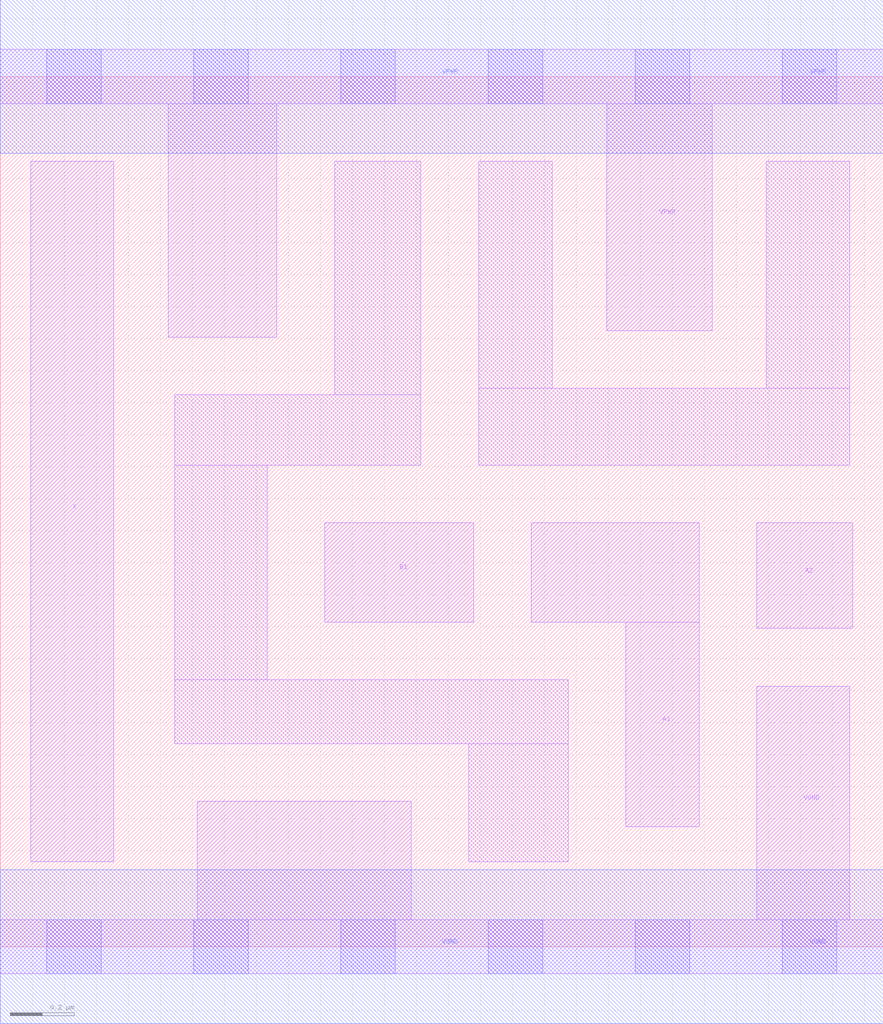
<source format=lef>
# Copyright 2020 The SkyWater PDK Authors
#
# Licensed under the Apache License, Version 2.0 (the "License");
# you may not use this file except in compliance with the License.
# You may obtain a copy of the License at
#
#     https://www.apache.org/licenses/LICENSE-2.0
#
# Unless required by applicable law or agreed to in writing, software
# distributed under the License is distributed on an "AS IS" BASIS,
# WITHOUT WARRANTIES OR CONDITIONS OF ANY KIND, either express or implied.
# See the License for the specific language governing permissions and
# limitations under the License.
#
# SPDX-License-Identifier: Apache-2.0

VERSION 5.7 ;
  NAMESCASESENSITIVE ON ;
  NOWIREEXTENSIONATPIN ON ;
  DIVIDERCHAR "/" ;
  BUSBITCHARS "[]" ;
UNITS
  DATABASE MICRONS 200 ;
END UNITS
MACRO sky130_fd_sc_hd__a21o_1
  CLASS CORE ;
  SOURCE USER ;
  FOREIGN sky130_fd_sc_hd__a21o_1 ;
  ORIGIN  0.000000  0.000000 ;
  SIZE  2.760000 BY  2.720000 ;
  SYMMETRY X Y R90 ;
  SITE unithd ;
  PIN A1
    ANTENNAGATEAREA  0.247500 ;
    DIRECTION INPUT ;
    USE SIGNAL ;
    PORT
      LAYER li1 ;
        RECT 1.660000 1.015000 2.185000 1.325000 ;
        RECT 1.955000 0.375000 2.185000 1.015000 ;
    END
  END A1
  PIN A2
    ANTENNAGATEAREA  0.247500 ;
    DIRECTION INPUT ;
    USE SIGNAL ;
    PORT
      LAYER li1 ;
        RECT 2.365000 0.995000 2.665000 1.325000 ;
    END
  END A2
  PIN B1
    ANTENNAGATEAREA  0.247500 ;
    DIRECTION INPUT ;
    USE SIGNAL ;
    PORT
      LAYER li1 ;
        RECT 1.015000 1.015000 1.480000 1.325000 ;
    END
  END B1
  PIN X
    ANTENNADIFFAREA  0.429000 ;
    DIRECTION OUTPUT ;
    USE SIGNAL ;
    PORT
      LAYER li1 ;
        RECT 0.095000 0.265000 0.355000 2.455000 ;
    END
  END X
  PIN VGND
    DIRECTION INOUT ;
    SHAPE ABUTMENT ;
    USE GROUND ;
    PORT
      LAYER li1 ;
        RECT 0.000000 -0.085000 2.760000 0.085000 ;
        RECT 0.615000  0.085000 1.285000 0.455000 ;
        RECT 2.365000  0.085000 2.655000 0.815000 ;
      LAYER mcon ;
        RECT 0.145000 -0.085000 0.315000 0.085000 ;
        RECT 0.605000 -0.085000 0.775000 0.085000 ;
        RECT 1.065000 -0.085000 1.235000 0.085000 ;
        RECT 1.525000 -0.085000 1.695000 0.085000 ;
        RECT 1.985000 -0.085000 2.155000 0.085000 ;
        RECT 2.445000 -0.085000 2.615000 0.085000 ;
      LAYER met1 ;
        RECT 0.000000 -0.240000 2.760000 0.240000 ;
    END
  END VGND
  PIN VPWR
    DIRECTION INOUT ;
    SHAPE ABUTMENT ;
    USE POWER ;
    PORT
      LAYER li1 ;
        RECT 0.000000 2.635000 2.760000 2.805000 ;
        RECT 0.525000 1.905000 0.865000 2.635000 ;
        RECT 1.895000 1.925000 2.225000 2.635000 ;
      LAYER mcon ;
        RECT 0.145000 2.635000 0.315000 2.805000 ;
        RECT 0.605000 2.635000 0.775000 2.805000 ;
        RECT 1.065000 2.635000 1.235000 2.805000 ;
        RECT 1.525000 2.635000 1.695000 2.805000 ;
        RECT 1.985000 2.635000 2.155000 2.805000 ;
        RECT 2.445000 2.635000 2.615000 2.805000 ;
      LAYER met1 ;
        RECT 0.000000 2.480000 2.760000 2.960000 ;
    END
  END VPWR
  OBS
    LAYER li1 ;
      RECT 0.545000 0.635000 1.775000 0.835000 ;
      RECT 0.545000 0.835000 0.835000 1.505000 ;
      RECT 0.545000 1.505000 1.315000 1.725000 ;
      RECT 1.045000 1.725000 1.315000 2.455000 ;
      RECT 1.465000 0.265000 1.775000 0.635000 ;
      RECT 1.495000 1.505000 2.655000 1.745000 ;
      RECT 1.495000 1.745000 1.725000 2.455000 ;
      RECT 2.395000 1.745000 2.655000 2.455000 ;
  END
END sky130_fd_sc_hd__a21o_1

</source>
